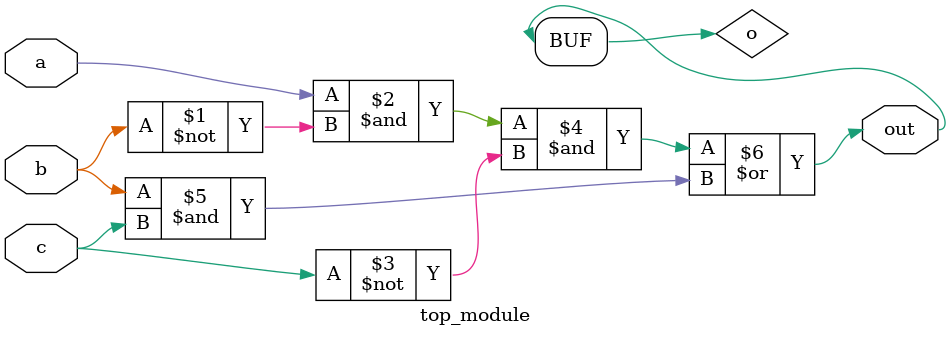
<source format=sv>
module top_module(
	input a, 
	input b,
	input c,
	output out
);

// define internal signals
wire o;

// implement the Karnaugh map
assign o = (a & ~b & ~c) | (b & c);

// assign output
assign out = o;

endmodule

</source>
